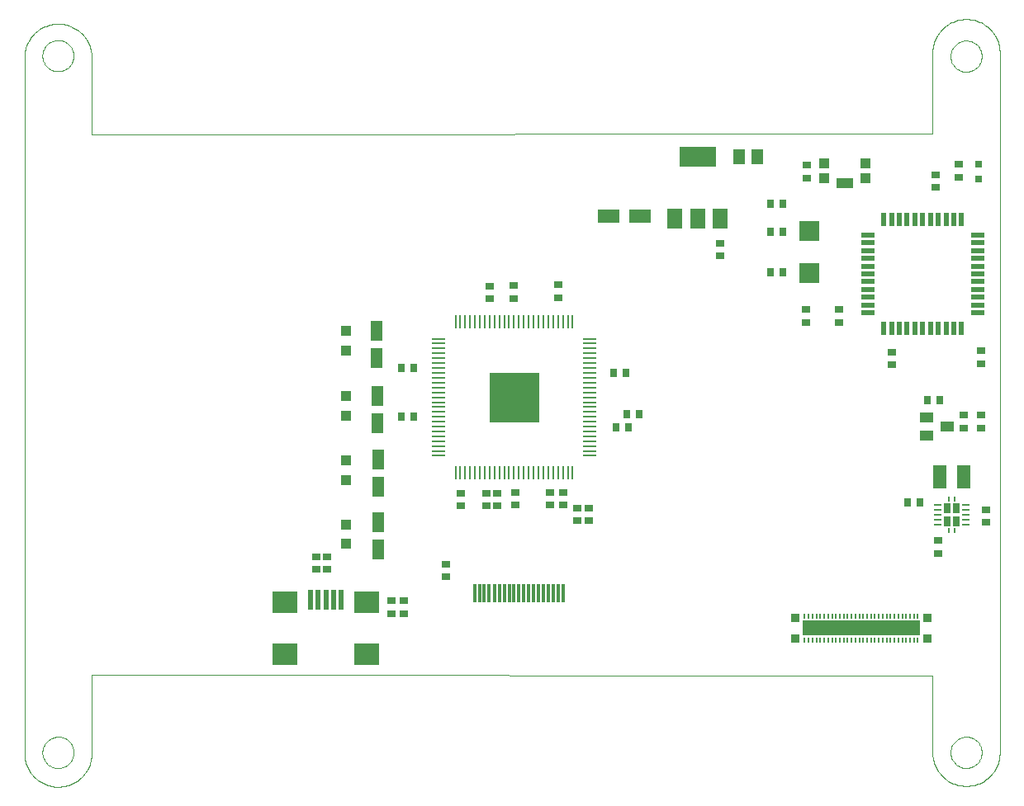
<source format=gtp>
G75*
G70*
%OFA0B0*%
%FSLAX24Y24*%
%IPPOS*%
%LPD*%
%AMOC8*
5,1,8,0,0,1.08239X$1,22.5*
%
%ADD10C,0.0000*%
%ADD11R,0.0098X0.0226*%
%ADD12R,0.0256X0.0404*%
%ADD13R,0.0270X0.0091*%
%ADD14C,0.0091*%
%ADD15R,0.0551X0.0945*%
%ADD16R,0.0276X0.0354*%
%ADD17R,0.0354X0.0276*%
%ADD18R,0.0551X0.0394*%
%ADD19R,0.0580X0.0110*%
%ADD20R,0.0110X0.0580*%
%ADD21R,0.2050X0.2050*%
%ADD22R,0.0394X0.0394*%
%ADD23R,0.0472X0.0787*%
%ADD24R,0.0091X0.0197*%
%ADD25R,0.0354X0.0362*%
%ADD26R,0.4724X0.0630*%
%ADD27R,0.0591X0.0787*%
%ADD28R,0.1496X0.0787*%
%ADD29R,0.0512X0.0591*%
%ADD30R,0.0118X0.0748*%
%ADD31R,0.0200X0.0580*%
%ADD32R,0.0580X0.0200*%
%ADD33R,0.0800X0.0800*%
%ADD34R,0.0315X0.0315*%
%ADD35R,0.0984X0.0866*%
%ADD36R,0.0197X0.0787*%
%ADD37R,0.0669X0.0394*%
%ADD38R,0.0866X0.0551*%
D10*
X000504Y001489D02*
X000504Y029619D01*
X001232Y029639D02*
X001234Y029689D01*
X001240Y029739D01*
X001250Y029788D01*
X001264Y029836D01*
X001281Y029883D01*
X001302Y029928D01*
X001327Y029972D01*
X001355Y030013D01*
X001387Y030052D01*
X001421Y030089D01*
X001458Y030123D01*
X001498Y030153D01*
X001540Y030180D01*
X001584Y030204D01*
X001630Y030225D01*
X001677Y030241D01*
X001725Y030254D01*
X001775Y030263D01*
X001824Y030268D01*
X001875Y030269D01*
X001925Y030266D01*
X001974Y030259D01*
X002023Y030248D01*
X002071Y030233D01*
X002117Y030215D01*
X002162Y030193D01*
X002205Y030167D01*
X002246Y030138D01*
X002285Y030106D01*
X002321Y030071D01*
X002353Y030033D01*
X002383Y029993D01*
X002410Y029950D01*
X002433Y029906D01*
X002452Y029860D01*
X002468Y029812D01*
X002480Y029763D01*
X002488Y029714D01*
X002492Y029664D01*
X002492Y029614D01*
X002488Y029564D01*
X002480Y029515D01*
X002468Y029466D01*
X002452Y029418D01*
X002433Y029372D01*
X002410Y029328D01*
X002383Y029285D01*
X002353Y029245D01*
X002321Y029207D01*
X002285Y029172D01*
X002246Y029140D01*
X002205Y029111D01*
X002162Y029085D01*
X002117Y029063D01*
X002071Y029045D01*
X002023Y029030D01*
X001974Y029019D01*
X001925Y029012D01*
X001875Y029009D01*
X001824Y029010D01*
X001775Y029015D01*
X001725Y029024D01*
X001677Y029037D01*
X001630Y029053D01*
X001584Y029074D01*
X001540Y029098D01*
X001498Y029125D01*
X001458Y029155D01*
X001421Y029189D01*
X001387Y029226D01*
X001355Y029265D01*
X001327Y029306D01*
X001302Y029350D01*
X001281Y029395D01*
X001264Y029442D01*
X001250Y029490D01*
X001240Y029539D01*
X001234Y029589D01*
X001232Y029639D01*
X000504Y029619D02*
X000508Y029691D01*
X000517Y029763D01*
X000529Y029835D01*
X000545Y029905D01*
X000565Y029975D01*
X000588Y030043D01*
X000615Y030110D01*
X000646Y030176D01*
X000680Y030240D01*
X000717Y030302D01*
X000757Y030362D01*
X000801Y030419D01*
X000848Y030475D01*
X000897Y030527D01*
X000950Y030577D01*
X001005Y030624D01*
X001062Y030669D01*
X001122Y030710D01*
X001183Y030747D01*
X001247Y030782D01*
X001312Y030813D01*
X001379Y030840D01*
X001448Y030864D01*
X001517Y030884D01*
X001587Y030901D01*
X001659Y030914D01*
X001731Y030923D01*
X001803Y030928D01*
X001875Y030929D01*
X001947Y030926D01*
X002019Y030920D01*
X002091Y030910D01*
X002162Y030895D01*
X002232Y030878D01*
X002301Y030856D01*
X002369Y030831D01*
X002435Y030802D01*
X002500Y030770D01*
X002563Y030734D01*
X002624Y030695D01*
X002683Y030653D01*
X002739Y030608D01*
X002793Y030560D01*
X002845Y030509D01*
X002893Y030455D01*
X002939Y030399D01*
X002982Y030340D01*
X003021Y030280D01*
X003057Y030217D01*
X003090Y030153D01*
X003119Y030086D01*
X003145Y030019D01*
X003167Y029950D01*
X003185Y029880D01*
X003200Y029809D01*
X003211Y029737D01*
X003218Y029665D01*
X003221Y029593D01*
X003220Y029521D01*
X003220Y026470D01*
X037157Y026489D01*
X037157Y029757D01*
X037158Y029757D02*
X037160Y029829D01*
X037166Y029901D01*
X037175Y029973D01*
X037189Y030044D01*
X037206Y030114D01*
X037227Y030184D01*
X037251Y030252D01*
X037279Y030318D01*
X037311Y030383D01*
X037346Y030446D01*
X037384Y030508D01*
X037426Y030567D01*
X037471Y030624D01*
X037518Y030678D01*
X037569Y030730D01*
X037622Y030779D01*
X037677Y030825D01*
X037735Y030868D01*
X037796Y030908D01*
X037858Y030945D01*
X037922Y030978D01*
X037988Y031008D01*
X038055Y031034D01*
X038124Y031057D01*
X038194Y031076D01*
X038264Y031091D01*
X038336Y031103D01*
X038408Y031111D01*
X038480Y031115D01*
X038552Y031115D01*
X038624Y031111D01*
X038696Y031103D01*
X038768Y031091D01*
X038838Y031076D01*
X038908Y031057D01*
X038977Y031034D01*
X039044Y031008D01*
X039110Y030978D01*
X039174Y030945D01*
X039236Y030908D01*
X039297Y030868D01*
X039355Y030825D01*
X039410Y030779D01*
X039463Y030730D01*
X039514Y030678D01*
X039561Y030624D01*
X039606Y030567D01*
X039648Y030508D01*
X039686Y030446D01*
X039721Y030383D01*
X039753Y030318D01*
X039781Y030252D01*
X039805Y030184D01*
X039826Y030114D01*
X039843Y030044D01*
X039857Y029973D01*
X039866Y029901D01*
X039872Y029829D01*
X039874Y029757D01*
X039874Y001489D01*
X039872Y001417D01*
X039866Y001345D01*
X039857Y001273D01*
X039843Y001202D01*
X039826Y001132D01*
X039805Y001062D01*
X039781Y000994D01*
X039753Y000928D01*
X039721Y000863D01*
X039686Y000800D01*
X039648Y000738D01*
X039606Y000679D01*
X039561Y000622D01*
X039514Y000568D01*
X039463Y000516D01*
X039410Y000467D01*
X039355Y000421D01*
X039297Y000378D01*
X039236Y000338D01*
X039174Y000301D01*
X039110Y000268D01*
X039044Y000238D01*
X038977Y000212D01*
X038908Y000189D01*
X038838Y000170D01*
X038768Y000155D01*
X038696Y000143D01*
X038624Y000135D01*
X038552Y000131D01*
X038480Y000131D01*
X038408Y000135D01*
X038336Y000143D01*
X038264Y000155D01*
X038194Y000170D01*
X038124Y000189D01*
X038055Y000212D01*
X037988Y000238D01*
X037922Y000268D01*
X037858Y000301D01*
X037796Y000338D01*
X037735Y000378D01*
X037677Y000421D01*
X037622Y000467D01*
X037569Y000516D01*
X037518Y000568D01*
X037471Y000622D01*
X037426Y000679D01*
X037384Y000738D01*
X037346Y000800D01*
X037311Y000863D01*
X037279Y000928D01*
X037251Y000994D01*
X037227Y001062D01*
X037206Y001132D01*
X037189Y001202D01*
X037175Y001273D01*
X037166Y001345D01*
X037160Y001417D01*
X037158Y001489D01*
X037157Y001489D02*
X037157Y004600D01*
X003220Y004619D01*
X003220Y001430D01*
X003221Y001430D02*
X003217Y001358D01*
X003210Y001286D01*
X003199Y001215D01*
X003184Y001144D01*
X003165Y001074D01*
X003143Y001005D01*
X003117Y000938D01*
X003087Y000872D01*
X003054Y000807D01*
X003018Y000745D01*
X002978Y000684D01*
X002935Y000626D01*
X002889Y000570D01*
X002840Y000517D01*
X002789Y000466D01*
X002734Y000418D01*
X002678Y000373D01*
X002619Y000331D01*
X002558Y000293D01*
X002495Y000257D01*
X002430Y000225D01*
X002363Y000197D01*
X002295Y000172D01*
X002226Y000151D01*
X002156Y000133D01*
X002085Y000119D01*
X002013Y000109D01*
X001941Y000103D01*
X001869Y000101D01*
X001796Y000103D01*
X001724Y000108D01*
X001652Y000117D01*
X001581Y000130D01*
X001511Y000147D01*
X001441Y000168D01*
X001373Y000192D01*
X001307Y000220D01*
X001241Y000251D01*
X001178Y000286D01*
X001116Y000324D01*
X001057Y000365D01*
X001000Y000410D01*
X000945Y000457D01*
X000893Y000507D01*
X000844Y000560D01*
X000797Y000616D01*
X000754Y000673D01*
X000713Y000734D01*
X000676Y000796D01*
X000643Y000860D01*
X000613Y000925D01*
X000586Y000993D01*
X000563Y001061D01*
X000543Y001131D01*
X000528Y001202D01*
X000516Y001273D01*
X000508Y001345D01*
X000504Y001417D01*
X000503Y001490D01*
X001232Y001489D02*
X001234Y001539D01*
X001240Y001589D01*
X001250Y001638D01*
X001264Y001686D01*
X001281Y001733D01*
X001302Y001778D01*
X001327Y001822D01*
X001355Y001863D01*
X001387Y001902D01*
X001421Y001939D01*
X001458Y001973D01*
X001498Y002003D01*
X001540Y002030D01*
X001584Y002054D01*
X001630Y002075D01*
X001677Y002091D01*
X001725Y002104D01*
X001775Y002113D01*
X001824Y002118D01*
X001875Y002119D01*
X001925Y002116D01*
X001974Y002109D01*
X002023Y002098D01*
X002071Y002083D01*
X002117Y002065D01*
X002162Y002043D01*
X002205Y002017D01*
X002246Y001988D01*
X002285Y001956D01*
X002321Y001921D01*
X002353Y001883D01*
X002383Y001843D01*
X002410Y001800D01*
X002433Y001756D01*
X002452Y001710D01*
X002468Y001662D01*
X002480Y001613D01*
X002488Y001564D01*
X002492Y001514D01*
X002492Y001464D01*
X002488Y001414D01*
X002480Y001365D01*
X002468Y001316D01*
X002452Y001268D01*
X002433Y001222D01*
X002410Y001178D01*
X002383Y001135D01*
X002353Y001095D01*
X002321Y001057D01*
X002285Y001022D01*
X002246Y000990D01*
X002205Y000961D01*
X002162Y000935D01*
X002117Y000913D01*
X002071Y000895D01*
X002023Y000880D01*
X001974Y000869D01*
X001925Y000862D01*
X001875Y000859D01*
X001824Y000860D01*
X001775Y000865D01*
X001725Y000874D01*
X001677Y000887D01*
X001630Y000903D01*
X001584Y000924D01*
X001540Y000948D01*
X001498Y000975D01*
X001458Y001005D01*
X001421Y001039D01*
X001387Y001076D01*
X001355Y001115D01*
X001327Y001156D01*
X001302Y001200D01*
X001281Y001245D01*
X001264Y001292D01*
X001250Y001340D01*
X001240Y001389D01*
X001234Y001439D01*
X001232Y001489D01*
X037886Y001489D02*
X037888Y001539D01*
X037894Y001589D01*
X037904Y001638D01*
X037918Y001686D01*
X037935Y001733D01*
X037956Y001778D01*
X037981Y001822D01*
X038009Y001863D01*
X038041Y001902D01*
X038075Y001939D01*
X038112Y001973D01*
X038152Y002003D01*
X038194Y002030D01*
X038238Y002054D01*
X038284Y002075D01*
X038331Y002091D01*
X038379Y002104D01*
X038429Y002113D01*
X038478Y002118D01*
X038529Y002119D01*
X038579Y002116D01*
X038628Y002109D01*
X038677Y002098D01*
X038725Y002083D01*
X038771Y002065D01*
X038816Y002043D01*
X038859Y002017D01*
X038900Y001988D01*
X038939Y001956D01*
X038975Y001921D01*
X039007Y001883D01*
X039037Y001843D01*
X039064Y001800D01*
X039087Y001756D01*
X039106Y001710D01*
X039122Y001662D01*
X039134Y001613D01*
X039142Y001564D01*
X039146Y001514D01*
X039146Y001464D01*
X039142Y001414D01*
X039134Y001365D01*
X039122Y001316D01*
X039106Y001268D01*
X039087Y001222D01*
X039064Y001178D01*
X039037Y001135D01*
X039007Y001095D01*
X038975Y001057D01*
X038939Y001022D01*
X038900Y000990D01*
X038859Y000961D01*
X038816Y000935D01*
X038771Y000913D01*
X038725Y000895D01*
X038677Y000880D01*
X038628Y000869D01*
X038579Y000862D01*
X038529Y000859D01*
X038478Y000860D01*
X038429Y000865D01*
X038379Y000874D01*
X038331Y000887D01*
X038284Y000903D01*
X038238Y000924D01*
X038194Y000948D01*
X038152Y000975D01*
X038112Y001005D01*
X038075Y001039D01*
X038041Y001076D01*
X038009Y001115D01*
X037981Y001156D01*
X037956Y001200D01*
X037935Y001245D01*
X037918Y001292D01*
X037904Y001340D01*
X037894Y001389D01*
X037888Y001439D01*
X037886Y001489D01*
X037886Y029619D02*
X037888Y029669D01*
X037894Y029719D01*
X037904Y029768D01*
X037918Y029816D01*
X037935Y029863D01*
X037956Y029908D01*
X037981Y029952D01*
X038009Y029993D01*
X038041Y030032D01*
X038075Y030069D01*
X038112Y030103D01*
X038152Y030133D01*
X038194Y030160D01*
X038238Y030184D01*
X038284Y030205D01*
X038331Y030221D01*
X038379Y030234D01*
X038429Y030243D01*
X038478Y030248D01*
X038529Y030249D01*
X038579Y030246D01*
X038628Y030239D01*
X038677Y030228D01*
X038725Y030213D01*
X038771Y030195D01*
X038816Y030173D01*
X038859Y030147D01*
X038900Y030118D01*
X038939Y030086D01*
X038975Y030051D01*
X039007Y030013D01*
X039037Y029973D01*
X039064Y029930D01*
X039087Y029886D01*
X039106Y029840D01*
X039122Y029792D01*
X039134Y029743D01*
X039142Y029694D01*
X039146Y029644D01*
X039146Y029594D01*
X039142Y029544D01*
X039134Y029495D01*
X039122Y029446D01*
X039106Y029398D01*
X039087Y029352D01*
X039064Y029308D01*
X039037Y029265D01*
X039007Y029225D01*
X038975Y029187D01*
X038939Y029152D01*
X038900Y029120D01*
X038859Y029091D01*
X038816Y029065D01*
X038771Y029043D01*
X038725Y029025D01*
X038677Y029010D01*
X038628Y028999D01*
X038579Y028992D01*
X038529Y028989D01*
X038478Y028990D01*
X038429Y028995D01*
X038379Y029004D01*
X038331Y029017D01*
X038284Y029033D01*
X038238Y029054D01*
X038194Y029078D01*
X038152Y029105D01*
X038112Y029135D01*
X038075Y029169D01*
X038041Y029206D01*
X038009Y029245D01*
X037981Y029286D01*
X037956Y029330D01*
X037935Y029375D01*
X037918Y029422D01*
X037904Y029470D01*
X037894Y029519D01*
X037888Y029569D01*
X037886Y029619D01*
D11*
X037827Y011733D03*
X038044Y011733D03*
X038044Y010464D03*
X037827Y010464D03*
D12*
X037749Y010838D03*
X038123Y010838D03*
X038123Y011359D03*
X037749Y011359D03*
D13*
X037342Y011295D03*
X037342Y011098D03*
X037342Y010902D03*
X037342Y010705D03*
X037342Y011492D03*
X038529Y011492D03*
X038529Y011295D03*
X038529Y011098D03*
X038529Y010902D03*
X038529Y010705D03*
D14*
X038394Y010705D03*
X038394Y010902D03*
X038394Y011098D03*
X038394Y011295D03*
X038394Y011492D03*
X037477Y011492D03*
X037477Y011295D03*
X037477Y011098D03*
X037477Y010902D03*
X037477Y010705D03*
D15*
X037463Y012614D03*
X038408Y012614D03*
D16*
X036668Y011597D03*
X036156Y011597D03*
X036941Y015722D03*
X037453Y015722D03*
X031114Y020879D03*
X030602Y020879D03*
X030602Y022533D03*
X031114Y022533D03*
X031114Y023674D03*
X030602Y023674D03*
X024795Y016824D03*
X024283Y016824D03*
X024815Y015170D03*
X025327Y015170D03*
X024894Y014619D03*
X024382Y014619D03*
X016232Y015052D03*
X015720Y015052D03*
X015720Y017021D03*
X016232Y017021D03*
D17*
X019283Y019816D03*
X019283Y020328D03*
X020268Y020348D03*
X020268Y019836D03*
X022039Y019875D03*
X022039Y020387D03*
X028575Y021548D03*
X028575Y022060D03*
X032039Y019383D03*
X032039Y018871D03*
X033378Y018871D03*
X033378Y019383D03*
X035504Y017670D03*
X035504Y017159D03*
X038417Y015111D03*
X038417Y014600D03*
X039126Y014600D03*
X039126Y015111D03*
X039126Y017198D03*
X039126Y017710D03*
X039333Y011295D03*
X039333Y010783D03*
X037371Y010043D03*
X037371Y009531D03*
X023299Y010859D03*
X022807Y010859D03*
X022807Y011371D03*
X023299Y011371D03*
X022236Y011489D03*
X021724Y011489D03*
X021724Y012001D03*
X022236Y012001D03*
X020327Y012001D03*
X020327Y011489D03*
X019598Y011450D03*
X019146Y011450D03*
X019146Y011962D03*
X019598Y011962D03*
X018122Y011962D03*
X018122Y011450D03*
X017531Y009088D03*
X017531Y008576D03*
X015819Y007611D03*
X015307Y007611D03*
X015307Y007100D03*
X015819Y007100D03*
X012709Y008891D03*
X012276Y008891D03*
X012276Y009403D03*
X012709Y009403D03*
X032098Y024698D03*
X032098Y025210D03*
X037276Y024836D03*
X037276Y024324D03*
X038220Y024737D03*
X038220Y025249D03*
D18*
X036902Y015033D03*
X036902Y014285D03*
X037768Y014659D03*
D19*
X023308Y014660D03*
X023308Y014860D03*
X023308Y015050D03*
X023308Y015250D03*
X023308Y015450D03*
X023308Y015640D03*
X023308Y015840D03*
X023308Y016040D03*
X023308Y016230D03*
X023308Y016430D03*
X023308Y016630D03*
X023308Y016820D03*
X023308Y017020D03*
X023308Y017220D03*
X023308Y017410D03*
X023308Y017610D03*
X023308Y017810D03*
X023308Y018010D03*
X023308Y018200D03*
X023308Y014460D03*
X023308Y014270D03*
X023308Y014070D03*
X023308Y013870D03*
X023308Y013670D03*
X023308Y013480D03*
X017228Y013480D03*
X017228Y013670D03*
X017228Y013870D03*
X017228Y014070D03*
X017228Y014270D03*
X017228Y014460D03*
X017228Y014660D03*
X017228Y014860D03*
X017228Y015050D03*
X017228Y015250D03*
X017228Y015450D03*
X017228Y015640D03*
X017228Y015840D03*
X017228Y016040D03*
X017228Y016230D03*
X017228Y016430D03*
X017228Y016630D03*
X017228Y016820D03*
X017228Y017020D03*
X017228Y017220D03*
X017228Y017410D03*
X017228Y017610D03*
X017228Y017810D03*
X017228Y018010D03*
X017228Y018200D03*
D20*
X017908Y018880D03*
X018098Y018880D03*
X018298Y018880D03*
X018498Y018880D03*
X018698Y018880D03*
X018888Y018880D03*
X019088Y018880D03*
X019288Y018880D03*
X019478Y018880D03*
X019678Y018880D03*
X019878Y018880D03*
X020068Y018880D03*
X020268Y018880D03*
X020468Y018880D03*
X020658Y018880D03*
X020858Y018880D03*
X021058Y018880D03*
X021248Y018880D03*
X021448Y018880D03*
X021648Y018880D03*
X021838Y018880D03*
X022038Y018880D03*
X022238Y018880D03*
X022438Y018880D03*
X022628Y018880D03*
X022628Y012800D03*
X022438Y012800D03*
X022238Y012800D03*
X022038Y012800D03*
X021838Y012800D03*
X021648Y012800D03*
X021448Y012800D03*
X021248Y012800D03*
X021058Y012800D03*
X020858Y012800D03*
X020658Y012800D03*
X020468Y012800D03*
X020268Y012800D03*
X020068Y012800D03*
X019878Y012800D03*
X019678Y012800D03*
X019478Y012800D03*
X019288Y012800D03*
X019088Y012800D03*
X018888Y012800D03*
X018698Y012800D03*
X018498Y012800D03*
X018298Y012800D03*
X018098Y012800D03*
X017908Y012800D03*
D21*
X020278Y015820D03*
D22*
X013496Y015879D03*
X013496Y015092D03*
X013496Y013281D03*
X013496Y012493D03*
X013496Y010702D03*
X013496Y009914D03*
X013496Y017729D03*
X013496Y018517D03*
X032787Y024678D03*
X032787Y025308D03*
X034441Y025308D03*
X034441Y024678D03*
D23*
X014717Y018537D03*
X014717Y017434D03*
X014756Y015879D03*
X014756Y014777D03*
X014776Y013340D03*
X014776Y012237D03*
X014776Y010781D03*
X014776Y009678D03*
D24*
X032000Y006981D03*
X032157Y006981D03*
X032315Y006981D03*
X032472Y006981D03*
X032630Y006981D03*
X032787Y006981D03*
X032945Y006981D03*
X033102Y006981D03*
X033260Y006981D03*
X033417Y006981D03*
X033575Y006981D03*
X033732Y006981D03*
X033890Y006981D03*
X034047Y006981D03*
X034205Y006981D03*
X034362Y006981D03*
X034520Y006981D03*
X034677Y006981D03*
X034835Y006981D03*
X034992Y006981D03*
X035150Y006981D03*
X035307Y006981D03*
X035465Y006981D03*
X035622Y006981D03*
X035780Y006981D03*
X035937Y006981D03*
X036094Y006981D03*
X036252Y006981D03*
X036409Y006981D03*
X036567Y006981D03*
X036567Y006037D03*
X036409Y006037D03*
X036252Y006037D03*
X036094Y006037D03*
X035937Y006037D03*
X035780Y006037D03*
X035622Y006037D03*
X035465Y006037D03*
X035307Y006037D03*
X035150Y006037D03*
X034992Y006037D03*
X034835Y006037D03*
X034677Y006037D03*
X034520Y006037D03*
X034362Y006037D03*
X034205Y006037D03*
X034047Y006037D03*
X033890Y006037D03*
X033732Y006037D03*
X033575Y006037D03*
X033417Y006037D03*
X033260Y006037D03*
X033102Y006037D03*
X032945Y006037D03*
X032787Y006037D03*
X032630Y006037D03*
X032472Y006037D03*
X032315Y006037D03*
X032157Y006037D03*
X032000Y006037D03*
D25*
X031606Y006076D03*
X031606Y006942D03*
X036961Y006942D03*
X036961Y006076D03*
D26*
X034283Y006509D03*
D27*
X028575Y023064D03*
X027669Y023064D03*
X026764Y023064D03*
D28*
X027669Y025544D03*
D29*
X029343Y025544D03*
X030091Y025544D03*
D30*
X022236Y007911D03*
X022039Y007911D03*
X021843Y007911D03*
X021646Y007911D03*
X021449Y007911D03*
X021252Y007911D03*
X021055Y007911D03*
X020858Y007911D03*
X020661Y007911D03*
X020465Y007911D03*
X020268Y007911D03*
X020071Y007911D03*
X019874Y007911D03*
X019677Y007911D03*
X019480Y007911D03*
X019264Y007911D03*
X019067Y007911D03*
X018870Y007911D03*
X018673Y007911D03*
D31*
X035194Y018610D03*
X035504Y018610D03*
X035824Y018610D03*
X036134Y018610D03*
X036454Y018610D03*
X036764Y018610D03*
X037074Y018610D03*
X037394Y018610D03*
X037704Y018610D03*
X038024Y018610D03*
X038334Y018610D03*
X038334Y023030D03*
X038024Y023030D03*
X037704Y023030D03*
X037394Y023030D03*
X037074Y023030D03*
X036764Y023030D03*
X036454Y023030D03*
X036134Y023030D03*
X035824Y023030D03*
X035504Y023030D03*
X035194Y023030D03*
D32*
X034554Y022390D03*
X034554Y022080D03*
X034554Y021760D03*
X034554Y021450D03*
X034554Y021130D03*
X034554Y020820D03*
X034554Y020510D03*
X034554Y020190D03*
X034554Y019880D03*
X034554Y019560D03*
X034554Y019250D03*
X038974Y019250D03*
X038974Y019560D03*
X038974Y019880D03*
X038974Y020190D03*
X038974Y020510D03*
X038974Y020820D03*
X038974Y021130D03*
X038974Y021450D03*
X038974Y021760D03*
X038974Y022080D03*
X038974Y022390D03*
D33*
X032187Y022572D03*
X032187Y020872D03*
D34*
X039008Y024659D03*
X039008Y025249D03*
D35*
X014323Y007552D03*
X014323Y005466D03*
X011016Y005466D03*
X011016Y007552D03*
D36*
X012039Y007651D03*
X012354Y007651D03*
X012669Y007651D03*
X012984Y007651D03*
X013299Y007651D03*
D37*
X033614Y024481D03*
D38*
X025346Y023143D03*
X024087Y023143D03*
M02*

</source>
